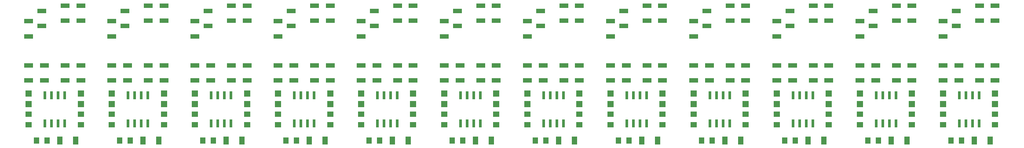
<source format=gtp>
G04 #@! TF.FileFunction,Paste,Top*
%FSLAX46Y46*%
G04 Gerber Fmt 4.6, Leading zero omitted, Abs format (unit mm)*
G04 Created by KiCad (PCBNEW 4.0.4-stable) date 03/22/17 00:45:15*
%MOMM*%
%LPD*%
G01*
G04 APERTURE LIST*
%ADD10C,0.100000*%
%ADD11R,0.600000X1.550000*%
%ADD12R,1.000000X1.250000*%
%ADD13R,1.700000X0.900000*%
%ADD14R,1.198880X1.198880*%
%ADD15R,1.250000X1.000000*%
%ADD16R,1.000000X1.600000*%
G04 APERTURE END LIST*
D10*
D11*
X64905000Y-150300000D03*
X63635000Y-150300000D03*
X62365000Y-150300000D03*
X61095000Y-150300000D03*
X61095000Y-155700000D03*
X62365000Y-155700000D03*
X63635000Y-155700000D03*
X64905000Y-155700000D03*
D12*
X61500000Y-159000000D03*
X59500000Y-159000000D03*
D13*
X61000000Y-144550000D03*
X61000000Y-147450000D03*
X65000000Y-144550000D03*
X65000000Y-147450000D03*
D14*
X68000000Y-149950980D03*
X68000000Y-152049020D03*
D13*
X68000000Y-147450000D03*
X68000000Y-144550000D03*
X58000000Y-147450000D03*
X58000000Y-144550000D03*
D14*
X58000000Y-149950980D03*
X58000000Y-152049020D03*
D15*
X58000000Y-154000000D03*
X58000000Y-156000000D03*
X68000000Y-154000000D03*
X68000000Y-156000000D03*
D16*
X64000000Y-159000000D03*
X67000000Y-159000000D03*
D13*
X58000000Y-136050000D03*
X58000000Y-138950000D03*
X60500000Y-136950000D03*
X60500000Y-134050000D03*
X65000000Y-135950000D03*
X65000000Y-133050000D03*
X68000000Y-133050000D03*
X68000000Y-135950000D03*
X84000000Y-133050000D03*
X84000000Y-135950000D03*
X81000000Y-135950000D03*
X81000000Y-133050000D03*
X76500000Y-136950000D03*
X76500000Y-134050000D03*
X74000000Y-136050000D03*
X74000000Y-138950000D03*
D16*
X80000000Y-159000000D03*
X83000000Y-159000000D03*
D15*
X84000000Y-154000000D03*
X84000000Y-156000000D03*
X74000000Y-154000000D03*
X74000000Y-156000000D03*
D14*
X74000000Y-149950980D03*
X74000000Y-152049020D03*
D13*
X74000000Y-147450000D03*
X74000000Y-144550000D03*
X84000000Y-147450000D03*
X84000000Y-144550000D03*
D14*
X84000000Y-149950980D03*
X84000000Y-152049020D03*
D13*
X81000000Y-144550000D03*
X81000000Y-147450000D03*
X77000000Y-144550000D03*
X77000000Y-147450000D03*
D12*
X77500000Y-159000000D03*
X75500000Y-159000000D03*
D11*
X80905000Y-150300000D03*
X79635000Y-150300000D03*
X78365000Y-150300000D03*
X77095000Y-150300000D03*
X77095000Y-155700000D03*
X78365000Y-155700000D03*
X79635000Y-155700000D03*
X80905000Y-155700000D03*
X112905000Y-150300000D03*
X111635000Y-150300000D03*
X110365000Y-150300000D03*
X109095000Y-150300000D03*
X109095000Y-155700000D03*
X110365000Y-155700000D03*
X111635000Y-155700000D03*
X112905000Y-155700000D03*
D12*
X109500000Y-159000000D03*
X107500000Y-159000000D03*
D13*
X109000000Y-144550000D03*
X109000000Y-147450000D03*
X113000000Y-144550000D03*
X113000000Y-147450000D03*
D14*
X116000000Y-149950980D03*
X116000000Y-152049020D03*
D13*
X116000000Y-147450000D03*
X116000000Y-144550000D03*
X106000000Y-147450000D03*
X106000000Y-144550000D03*
D14*
X106000000Y-149950980D03*
X106000000Y-152049020D03*
D15*
X106000000Y-154000000D03*
X106000000Y-156000000D03*
X116000000Y-154000000D03*
X116000000Y-156000000D03*
D16*
X112000000Y-159000000D03*
X115000000Y-159000000D03*
D13*
X106000000Y-136050000D03*
X106000000Y-138950000D03*
X108500000Y-136950000D03*
X108500000Y-134050000D03*
X113000000Y-135950000D03*
X113000000Y-133050000D03*
X116000000Y-133050000D03*
X116000000Y-135950000D03*
X100000000Y-133050000D03*
X100000000Y-135950000D03*
X97000000Y-135950000D03*
X97000000Y-133050000D03*
X92500000Y-136950000D03*
X92500000Y-134050000D03*
X90000000Y-136050000D03*
X90000000Y-138950000D03*
D16*
X96000000Y-159000000D03*
X99000000Y-159000000D03*
D15*
X100000000Y-154000000D03*
X100000000Y-156000000D03*
X90000000Y-154000000D03*
X90000000Y-156000000D03*
D14*
X90000000Y-149950980D03*
X90000000Y-152049020D03*
D13*
X90000000Y-147450000D03*
X90000000Y-144550000D03*
X100000000Y-147450000D03*
X100000000Y-144550000D03*
D14*
X100000000Y-149950980D03*
X100000000Y-152049020D03*
D13*
X97000000Y-144550000D03*
X97000000Y-147450000D03*
X93000000Y-144550000D03*
X93000000Y-147450000D03*
D12*
X93500000Y-159000000D03*
X91500000Y-159000000D03*
D11*
X96905000Y-150300000D03*
X95635000Y-150300000D03*
X94365000Y-150300000D03*
X93095000Y-150300000D03*
X93095000Y-155700000D03*
X94365000Y-155700000D03*
X95635000Y-155700000D03*
X96905000Y-155700000D03*
X192905000Y-150300000D03*
X191635000Y-150300000D03*
X190365000Y-150300000D03*
X189095000Y-150300000D03*
X189095000Y-155700000D03*
X190365000Y-155700000D03*
X191635000Y-155700000D03*
X192905000Y-155700000D03*
D12*
X189500000Y-159000000D03*
X187500000Y-159000000D03*
D13*
X189000000Y-144550000D03*
X189000000Y-147450000D03*
X193000000Y-144550000D03*
X193000000Y-147450000D03*
D14*
X196000000Y-149950980D03*
X196000000Y-152049020D03*
D13*
X196000000Y-147450000D03*
X196000000Y-144550000D03*
X186000000Y-147450000D03*
X186000000Y-144550000D03*
D14*
X186000000Y-149950980D03*
X186000000Y-152049020D03*
D15*
X186000000Y-154000000D03*
X186000000Y-156000000D03*
X196000000Y-154000000D03*
X196000000Y-156000000D03*
D16*
X192000000Y-159000000D03*
X195000000Y-159000000D03*
D13*
X186000000Y-136050000D03*
X186000000Y-138950000D03*
X188500000Y-136950000D03*
X188500000Y-134050000D03*
X193000000Y-135950000D03*
X193000000Y-133050000D03*
X196000000Y-133050000D03*
X196000000Y-135950000D03*
X212000000Y-133050000D03*
X212000000Y-135950000D03*
X209000000Y-135950000D03*
X209000000Y-133050000D03*
X204500000Y-136950000D03*
X204500000Y-134050000D03*
X202000000Y-136050000D03*
X202000000Y-138950000D03*
D16*
X208000000Y-159000000D03*
X211000000Y-159000000D03*
D15*
X212000000Y-154000000D03*
X212000000Y-156000000D03*
X202000000Y-154000000D03*
X202000000Y-156000000D03*
D14*
X202000000Y-149950980D03*
X202000000Y-152049020D03*
D13*
X202000000Y-147450000D03*
X202000000Y-144550000D03*
X212000000Y-147450000D03*
X212000000Y-144550000D03*
D14*
X212000000Y-149950980D03*
X212000000Y-152049020D03*
D13*
X209000000Y-144550000D03*
X209000000Y-147450000D03*
X205000000Y-144550000D03*
X205000000Y-147450000D03*
D12*
X205500000Y-159000000D03*
X203500000Y-159000000D03*
D11*
X208905000Y-150300000D03*
X207635000Y-150300000D03*
X206365000Y-150300000D03*
X205095000Y-150300000D03*
X205095000Y-155700000D03*
X206365000Y-155700000D03*
X207635000Y-155700000D03*
X208905000Y-155700000D03*
X240905000Y-150300000D03*
X239635000Y-150300000D03*
X238365000Y-150300000D03*
X237095000Y-150300000D03*
X237095000Y-155700000D03*
X238365000Y-155700000D03*
X239635000Y-155700000D03*
X240905000Y-155700000D03*
D12*
X237500000Y-159000000D03*
X235500000Y-159000000D03*
D13*
X237000000Y-144550000D03*
X237000000Y-147450000D03*
X241000000Y-144550000D03*
X241000000Y-147450000D03*
D14*
X244000000Y-149950980D03*
X244000000Y-152049020D03*
D13*
X244000000Y-147450000D03*
X244000000Y-144550000D03*
X234000000Y-147450000D03*
X234000000Y-144550000D03*
D14*
X234000000Y-149950980D03*
X234000000Y-152049020D03*
D15*
X234000000Y-154000000D03*
X234000000Y-156000000D03*
X244000000Y-154000000D03*
X244000000Y-156000000D03*
D16*
X240000000Y-159000000D03*
X243000000Y-159000000D03*
D13*
X234000000Y-136050000D03*
X234000000Y-138950000D03*
X236500000Y-136950000D03*
X236500000Y-134050000D03*
X241000000Y-135950000D03*
X241000000Y-133050000D03*
X244000000Y-133050000D03*
X244000000Y-135950000D03*
X228000000Y-133050000D03*
X228000000Y-135950000D03*
X225000000Y-135950000D03*
X225000000Y-133050000D03*
X220500000Y-136950000D03*
X220500000Y-134050000D03*
X218000000Y-136050000D03*
X218000000Y-138950000D03*
D16*
X224000000Y-159000000D03*
X227000000Y-159000000D03*
D15*
X228000000Y-154000000D03*
X228000000Y-156000000D03*
X218000000Y-154000000D03*
X218000000Y-156000000D03*
D14*
X218000000Y-149950980D03*
X218000000Y-152049020D03*
D13*
X218000000Y-147450000D03*
X218000000Y-144550000D03*
X228000000Y-147450000D03*
X228000000Y-144550000D03*
D14*
X228000000Y-149950980D03*
X228000000Y-152049020D03*
D13*
X225000000Y-144550000D03*
X225000000Y-147450000D03*
X221000000Y-144550000D03*
X221000000Y-147450000D03*
D12*
X221500000Y-159000000D03*
X219500000Y-159000000D03*
D11*
X224905000Y-150300000D03*
X223635000Y-150300000D03*
X222365000Y-150300000D03*
X221095000Y-150300000D03*
X221095000Y-155700000D03*
X222365000Y-155700000D03*
X223635000Y-155700000D03*
X224905000Y-155700000D03*
X160905000Y-150300000D03*
X159635000Y-150300000D03*
X158365000Y-150300000D03*
X157095000Y-150300000D03*
X157095000Y-155700000D03*
X158365000Y-155700000D03*
X159635000Y-155700000D03*
X160905000Y-155700000D03*
D12*
X157500000Y-159000000D03*
X155500000Y-159000000D03*
D13*
X157000000Y-144550000D03*
X157000000Y-147450000D03*
X161000000Y-144550000D03*
X161000000Y-147450000D03*
D14*
X164000000Y-149950980D03*
X164000000Y-152049020D03*
D13*
X164000000Y-147450000D03*
X164000000Y-144550000D03*
X154000000Y-147450000D03*
X154000000Y-144550000D03*
D14*
X154000000Y-149950980D03*
X154000000Y-152049020D03*
D15*
X154000000Y-154000000D03*
X154000000Y-156000000D03*
X164000000Y-154000000D03*
X164000000Y-156000000D03*
D16*
X160000000Y-159000000D03*
X163000000Y-159000000D03*
D13*
X154000000Y-136050000D03*
X154000000Y-138950000D03*
X156500000Y-136950000D03*
X156500000Y-134050000D03*
X161000000Y-135950000D03*
X161000000Y-133050000D03*
X164000000Y-133050000D03*
X164000000Y-135950000D03*
X180000000Y-133050000D03*
X180000000Y-135950000D03*
X177000000Y-135950000D03*
X177000000Y-133050000D03*
X172500000Y-136950000D03*
X172500000Y-134050000D03*
X170000000Y-136050000D03*
X170000000Y-138950000D03*
D16*
X176000000Y-159000000D03*
X179000000Y-159000000D03*
D15*
X180000000Y-154000000D03*
X180000000Y-156000000D03*
X170000000Y-154000000D03*
X170000000Y-156000000D03*
D14*
X170000000Y-149950980D03*
X170000000Y-152049020D03*
D13*
X170000000Y-147450000D03*
X170000000Y-144550000D03*
X180000000Y-147450000D03*
X180000000Y-144550000D03*
D14*
X180000000Y-149950980D03*
X180000000Y-152049020D03*
D13*
X177000000Y-144550000D03*
X177000000Y-147450000D03*
X173000000Y-144550000D03*
X173000000Y-147450000D03*
D12*
X173500000Y-159000000D03*
X171500000Y-159000000D03*
D11*
X176905000Y-150300000D03*
X175635000Y-150300000D03*
X174365000Y-150300000D03*
X173095000Y-150300000D03*
X173095000Y-155700000D03*
X174365000Y-155700000D03*
X175635000Y-155700000D03*
X176905000Y-155700000D03*
X144905000Y-150300000D03*
X143635000Y-150300000D03*
X142365000Y-150300000D03*
X141095000Y-150300000D03*
X141095000Y-155700000D03*
X142365000Y-155700000D03*
X143635000Y-155700000D03*
X144905000Y-155700000D03*
D12*
X141500000Y-159000000D03*
X139500000Y-159000000D03*
D13*
X141000000Y-144550000D03*
X141000000Y-147450000D03*
X145000000Y-144550000D03*
X145000000Y-147450000D03*
D14*
X148000000Y-149950980D03*
X148000000Y-152049020D03*
D13*
X148000000Y-147450000D03*
X148000000Y-144550000D03*
X138000000Y-147450000D03*
X138000000Y-144550000D03*
D14*
X138000000Y-149950980D03*
X138000000Y-152049020D03*
D15*
X138000000Y-154000000D03*
X138000000Y-156000000D03*
X148000000Y-154000000D03*
X148000000Y-156000000D03*
D16*
X144000000Y-159000000D03*
X147000000Y-159000000D03*
D13*
X138000000Y-136050000D03*
X138000000Y-138950000D03*
X140500000Y-136950000D03*
X140500000Y-134050000D03*
X145000000Y-135950000D03*
X145000000Y-133050000D03*
X148000000Y-133050000D03*
X148000000Y-135950000D03*
X132000000Y-133050000D03*
X132000000Y-135950000D03*
X129000000Y-135950000D03*
X129000000Y-133050000D03*
X124500000Y-136950000D03*
X124500000Y-134050000D03*
X122000000Y-136050000D03*
X122000000Y-138950000D03*
D16*
X128000000Y-159000000D03*
X131000000Y-159000000D03*
D15*
X132000000Y-154000000D03*
X132000000Y-156000000D03*
X122000000Y-154000000D03*
X122000000Y-156000000D03*
D14*
X122000000Y-149950980D03*
X122000000Y-152049020D03*
D13*
X122000000Y-147450000D03*
X122000000Y-144550000D03*
X132000000Y-147450000D03*
X132000000Y-144550000D03*
D14*
X132000000Y-149950980D03*
X132000000Y-152049020D03*
D13*
X129000000Y-144550000D03*
X129000000Y-147450000D03*
X125000000Y-144550000D03*
X125000000Y-147450000D03*
D12*
X125500000Y-159000000D03*
X123500000Y-159000000D03*
D11*
X128905000Y-150300000D03*
X127635000Y-150300000D03*
X126365000Y-150300000D03*
X125095000Y-150300000D03*
X125095000Y-155700000D03*
X126365000Y-155700000D03*
X127635000Y-155700000D03*
X128905000Y-155700000D03*
M02*

</source>
